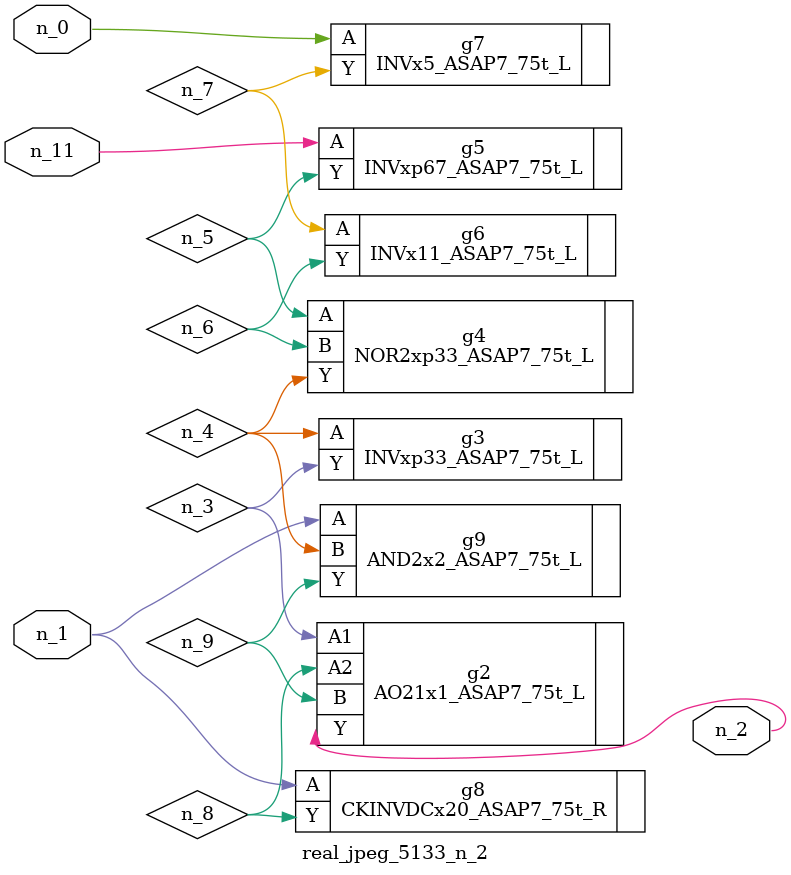
<source format=v>
module real_jpeg_5133_n_2 (n_1, n_11, n_0, n_2);

input n_1;
input n_11;
input n_0;

output n_2;

wire n_5;
wire n_8;
wire n_4;
wire n_6;
wire n_7;
wire n_3;
wire n_9;

INVx5_ASAP7_75t_L g7 ( 
.A(n_0),
.Y(n_7)
);

CKINVDCx20_ASAP7_75t_R g8 ( 
.A(n_1),
.Y(n_8)
);

AND2x2_ASAP7_75t_L g9 ( 
.A(n_1),
.B(n_4),
.Y(n_9)
);

AO21x1_ASAP7_75t_L g2 ( 
.A1(n_3),
.A2(n_8),
.B(n_9),
.Y(n_2)
);

INVxp33_ASAP7_75t_L g3 ( 
.A(n_4),
.Y(n_3)
);

NOR2xp33_ASAP7_75t_L g4 ( 
.A(n_5),
.B(n_6),
.Y(n_4)
);

INVx11_ASAP7_75t_L g6 ( 
.A(n_7),
.Y(n_6)
);

INVxp67_ASAP7_75t_L g5 ( 
.A(n_11),
.Y(n_5)
);


endmodule
</source>
